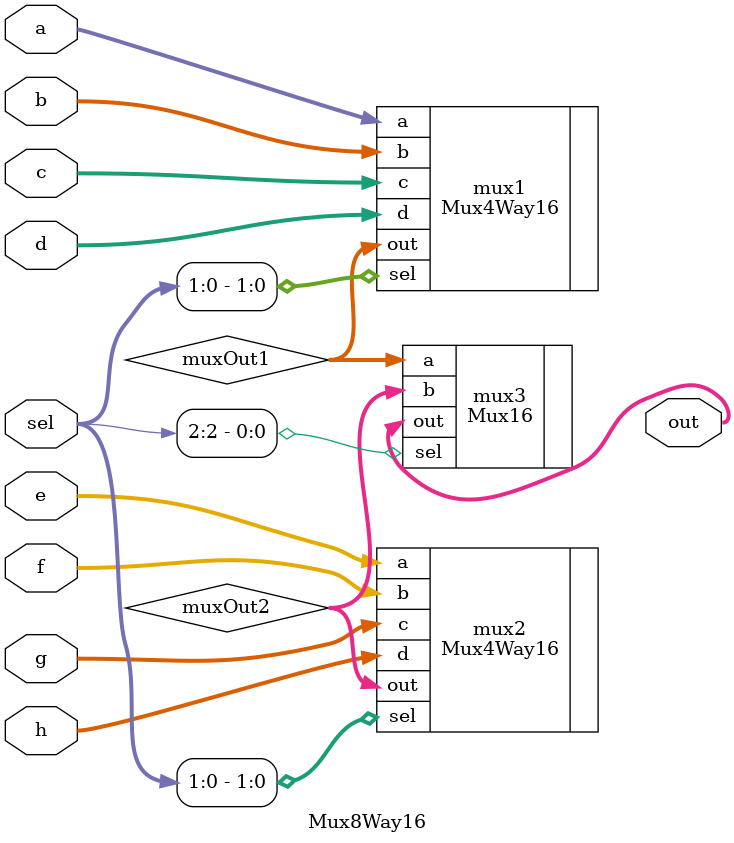
<source format=sv>
`default_nettype none
module Mux8Way16(
	input wire[15:0] a,			// 値a
	input wire[15:0] b,			// 値b
	input wire[15:0] c,			// 値c
	input wire[15:0] d,			// 値d
	input wire[15:0] e,			// 値e
	input wire[15:0] f,			// 値f
	input wire[15:0] g,			// 値g
	input wire[15:0] h,			// 値h
	input wire[2:0] sel,		// セレクタ
	output wire[15:0] out);		// out

	wire[15:0] muxOut1,muxOut2;
	Mux4Way16 mux1(.a(a), .b(b), .c(c), .d(d), .sel(sel[1:0]), .out(muxOut1));
	Mux4Way16 mux2(.a(e), .b(f), .c(g), .d(h), .sel(sel[1:0]), .out(muxOut2));

	Mux16 mux3(.a(muxOut1), .b(muxOut2), .sel(sel[2]), .out(out));
endmodule

</source>
